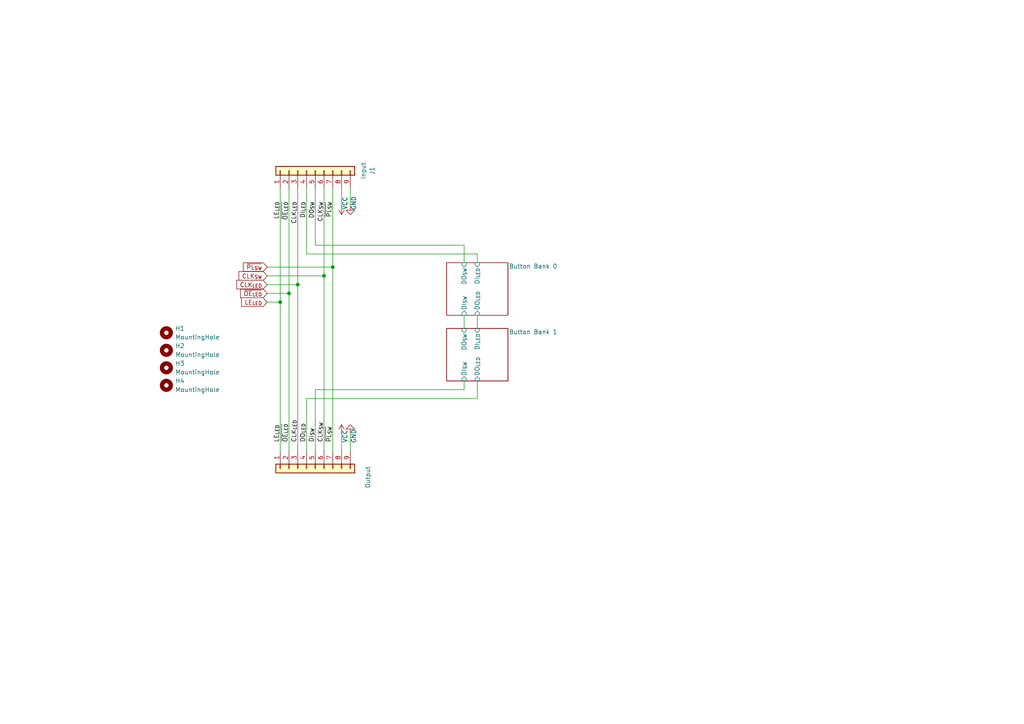
<source format=kicad_sch>
(kicad_sch
	(version 20231120)
	(generator "eeschema")
	(generator_version "8.0")
	(uuid "9053e4fd-2214-4e2c-a1c2-d5a9964413b7")
	(paper "A4")
	(lib_symbols
		(symbol "Connector_Generic:Conn_01x09"
			(pin_names
				(offset 1.016) hide)
			(exclude_from_sim no)
			(in_bom yes)
			(on_board yes)
			(property "Reference" "J"
				(at 0 12.7 0)
				(effects
					(font
						(size 1.27 1.27)
					)
				)
			)
			(property "Value" "Conn_01x09"
				(at 0 -12.7 0)
				(effects
					(font
						(size 1.27 1.27)
					)
				)
			)
			(property "Footprint" ""
				(at 0 0 0)
				(effects
					(font
						(size 1.27 1.27)
					)
					(hide yes)
				)
			)
			(property "Datasheet" "~"
				(at 0 0 0)
				(effects
					(font
						(size 1.27 1.27)
					)
					(hide yes)
				)
			)
			(property "Description" "Generic connector, single row, 01x09, script generated (kicad-library-utils/schlib/autogen/connector/)"
				(at 0 0 0)
				(effects
					(font
						(size 1.27 1.27)
					)
					(hide yes)
				)
			)
			(property "ki_keywords" "connector"
				(at 0 0 0)
				(effects
					(font
						(size 1.27 1.27)
					)
					(hide yes)
				)
			)
			(property "ki_fp_filters" "Connector*:*_1x??_*"
				(at 0 0 0)
				(effects
					(font
						(size 1.27 1.27)
					)
					(hide yes)
				)
			)
			(symbol "Conn_01x09_1_1"
				(rectangle
					(start -1.27 -10.033)
					(end 0 -10.287)
					(stroke
						(width 0.1524)
						(type default)
					)
					(fill
						(type none)
					)
				)
				(rectangle
					(start -1.27 -7.493)
					(end 0 -7.747)
					(stroke
						(width 0.1524)
						(type default)
					)
					(fill
						(type none)
					)
				)
				(rectangle
					(start -1.27 -4.953)
					(end 0 -5.207)
					(stroke
						(width 0.1524)
						(type default)
					)
					(fill
						(type none)
					)
				)
				(rectangle
					(start -1.27 -2.413)
					(end 0 -2.667)
					(stroke
						(width 0.1524)
						(type default)
					)
					(fill
						(type none)
					)
				)
				(rectangle
					(start -1.27 0.127)
					(end 0 -0.127)
					(stroke
						(width 0.1524)
						(type default)
					)
					(fill
						(type none)
					)
				)
				(rectangle
					(start -1.27 2.667)
					(end 0 2.413)
					(stroke
						(width 0.1524)
						(type default)
					)
					(fill
						(type none)
					)
				)
				(rectangle
					(start -1.27 5.207)
					(end 0 4.953)
					(stroke
						(width 0.1524)
						(type default)
					)
					(fill
						(type none)
					)
				)
				(rectangle
					(start -1.27 7.747)
					(end 0 7.493)
					(stroke
						(width 0.1524)
						(type default)
					)
					(fill
						(type none)
					)
				)
				(rectangle
					(start -1.27 10.287)
					(end 0 10.033)
					(stroke
						(width 0.1524)
						(type default)
					)
					(fill
						(type none)
					)
				)
				(rectangle
					(start -1.27 11.43)
					(end 1.27 -11.43)
					(stroke
						(width 0.254)
						(type default)
					)
					(fill
						(type background)
					)
				)
				(pin passive line
					(at -5.08 10.16 0)
					(length 3.81)
					(name "Pin_1"
						(effects
							(font
								(size 1.27 1.27)
							)
						)
					)
					(number "1"
						(effects
							(font
								(size 1.27 1.27)
							)
						)
					)
				)
				(pin passive line
					(at -5.08 7.62 0)
					(length 3.81)
					(name "Pin_2"
						(effects
							(font
								(size 1.27 1.27)
							)
						)
					)
					(number "2"
						(effects
							(font
								(size 1.27 1.27)
							)
						)
					)
				)
				(pin passive line
					(at -5.08 5.08 0)
					(length 3.81)
					(name "Pin_3"
						(effects
							(font
								(size 1.27 1.27)
							)
						)
					)
					(number "3"
						(effects
							(font
								(size 1.27 1.27)
							)
						)
					)
				)
				(pin passive line
					(at -5.08 2.54 0)
					(length 3.81)
					(name "Pin_4"
						(effects
							(font
								(size 1.27 1.27)
							)
						)
					)
					(number "4"
						(effects
							(font
								(size 1.27 1.27)
							)
						)
					)
				)
				(pin passive line
					(at -5.08 0 0)
					(length 3.81)
					(name "Pin_5"
						(effects
							(font
								(size 1.27 1.27)
							)
						)
					)
					(number "5"
						(effects
							(font
								(size 1.27 1.27)
							)
						)
					)
				)
				(pin passive line
					(at -5.08 -2.54 0)
					(length 3.81)
					(name "Pin_6"
						(effects
							(font
								(size 1.27 1.27)
							)
						)
					)
					(number "6"
						(effects
							(font
								(size 1.27 1.27)
							)
						)
					)
				)
				(pin passive line
					(at -5.08 -5.08 0)
					(length 3.81)
					(name "Pin_7"
						(effects
							(font
								(size 1.27 1.27)
							)
						)
					)
					(number "7"
						(effects
							(font
								(size 1.27 1.27)
							)
						)
					)
				)
				(pin passive line
					(at -5.08 -7.62 0)
					(length 3.81)
					(name "Pin_8"
						(effects
							(font
								(size 1.27 1.27)
							)
						)
					)
					(number "8"
						(effects
							(font
								(size 1.27 1.27)
							)
						)
					)
				)
				(pin passive line
					(at -5.08 -10.16 0)
					(length 3.81)
					(name "Pin_9"
						(effects
							(font
								(size 1.27 1.27)
							)
						)
					)
					(number "9"
						(effects
							(font
								(size 1.27 1.27)
							)
						)
					)
				)
			)
		)
		(symbol "Mechanical:MountingHole"
			(pin_names
				(offset 1.016)
			)
			(exclude_from_sim yes)
			(in_bom no)
			(on_board yes)
			(property "Reference" "H"
				(at 0 5.08 0)
				(effects
					(font
						(size 1.27 1.27)
					)
				)
			)
			(property "Value" "MountingHole"
				(at 0 3.175 0)
				(effects
					(font
						(size 1.27 1.27)
					)
				)
			)
			(property "Footprint" ""
				(at 0 0 0)
				(effects
					(font
						(size 1.27 1.27)
					)
					(hide yes)
				)
			)
			(property "Datasheet" "~"
				(at 0 0 0)
				(effects
					(font
						(size 1.27 1.27)
					)
					(hide yes)
				)
			)
			(property "Description" "Mounting Hole without connection"
				(at 0 0 0)
				(effects
					(font
						(size 1.27 1.27)
					)
					(hide yes)
				)
			)
			(property "ki_keywords" "mounting hole"
				(at 0 0 0)
				(effects
					(font
						(size 1.27 1.27)
					)
					(hide yes)
				)
			)
			(property "ki_fp_filters" "MountingHole*"
				(at 0 0 0)
				(effects
					(font
						(size 1.27 1.27)
					)
					(hide yes)
				)
			)
			(symbol "MountingHole_0_1"
				(circle
					(center 0 0)
					(radius 1.27)
					(stroke
						(width 1.27)
						(type default)
					)
					(fill
						(type none)
					)
				)
			)
		)
		(symbol "power:GND"
			(power)
			(pin_numbers hide)
			(pin_names
				(offset 0) hide)
			(exclude_from_sim no)
			(in_bom yes)
			(on_board yes)
			(property "Reference" "#PWR"
				(at 0 -6.35 0)
				(effects
					(font
						(size 1.27 1.27)
					)
					(hide yes)
				)
			)
			(property "Value" "GND"
				(at 0 -3.81 0)
				(effects
					(font
						(size 1.27 1.27)
					)
				)
			)
			(property "Footprint" ""
				(at 0 0 0)
				(effects
					(font
						(size 1.27 1.27)
					)
					(hide yes)
				)
			)
			(property "Datasheet" ""
				(at 0 0 0)
				(effects
					(font
						(size 1.27 1.27)
					)
					(hide yes)
				)
			)
			(property "Description" "Power symbol creates a global label with name \"GND\" , ground"
				(at 0 0 0)
				(effects
					(font
						(size 1.27 1.27)
					)
					(hide yes)
				)
			)
			(property "ki_keywords" "global power"
				(at 0 0 0)
				(effects
					(font
						(size 1.27 1.27)
					)
					(hide yes)
				)
			)
			(symbol "GND_0_1"
				(polyline
					(pts
						(xy 0 0) (xy 0 -1.27) (xy 1.27 -1.27) (xy 0 -2.54) (xy -1.27 -1.27) (xy 0 -1.27)
					)
					(stroke
						(width 0)
						(type default)
					)
					(fill
						(type none)
					)
				)
			)
			(symbol "GND_1_1"
				(pin power_in line
					(at 0 0 270)
					(length 0)
					(name "~"
						(effects
							(font
								(size 1.27 1.27)
							)
						)
					)
					(number "1"
						(effects
							(font
								(size 1.27 1.27)
							)
						)
					)
				)
			)
		)
		(symbol "power:VCC"
			(power)
			(pin_numbers hide)
			(pin_names
				(offset 0) hide)
			(exclude_from_sim no)
			(in_bom yes)
			(on_board yes)
			(property "Reference" "#PWR"
				(at 0 -3.81 0)
				(effects
					(font
						(size 1.27 1.27)
					)
					(hide yes)
				)
			)
			(property "Value" "VCC"
				(at 0 3.556 0)
				(effects
					(font
						(size 1.27 1.27)
					)
				)
			)
			(property "Footprint" ""
				(at 0 0 0)
				(effects
					(font
						(size 1.27 1.27)
					)
					(hide yes)
				)
			)
			(property "Datasheet" ""
				(at 0 0 0)
				(effects
					(font
						(size 1.27 1.27)
					)
					(hide yes)
				)
			)
			(property "Description" "Power symbol creates a global label with name \"VCC\""
				(at 0 0 0)
				(effects
					(font
						(size 1.27 1.27)
					)
					(hide yes)
				)
			)
			(property "ki_keywords" "global power"
				(at 0 0 0)
				(effects
					(font
						(size 1.27 1.27)
					)
					(hide yes)
				)
			)
			(symbol "VCC_0_1"
				(polyline
					(pts
						(xy -0.762 1.27) (xy 0 2.54)
					)
					(stroke
						(width 0)
						(type default)
					)
					(fill
						(type none)
					)
				)
				(polyline
					(pts
						(xy 0 0) (xy 0 2.54)
					)
					(stroke
						(width 0)
						(type default)
					)
					(fill
						(type none)
					)
				)
				(polyline
					(pts
						(xy 0 2.54) (xy 0.762 1.27)
					)
					(stroke
						(width 0)
						(type default)
					)
					(fill
						(type none)
					)
				)
			)
			(symbol "VCC_1_1"
				(pin power_in line
					(at 0 0 90)
					(length 0)
					(name "~"
						(effects
							(font
								(size 1.27 1.27)
							)
						)
					)
					(number "1"
						(effects
							(font
								(size 1.27 1.27)
							)
						)
					)
				)
			)
		)
	)
	(junction
		(at 96.52 77.47)
		(diameter 0)
		(color 0 0 0 0)
		(uuid "17b336b6-6de0-452c-935f-3888c282980a")
	)
	(junction
		(at 83.82 85.09)
		(diameter 0)
		(color 0 0 0 0)
		(uuid "53d0501d-2c3c-440d-b353-90f6485529e0")
	)
	(junction
		(at 86.36 82.55)
		(diameter 0)
		(color 0 0 0 0)
		(uuid "989db91e-857f-409d-9907-e95cc620baee")
	)
	(junction
		(at 81.28 87.63)
		(diameter 0)
		(color 0 0 0 0)
		(uuid "9a1d0386-a3d5-422a-8fe9-d0cc747083e2")
	)
	(junction
		(at 93.98 80.01)
		(diameter 0)
		(color 0 0 0 0)
		(uuid "e9584f4b-4582-4492-808d-21345674c9dc")
	)
	(wire
		(pts
			(xy 96.52 77.47) (xy 96.52 130.81)
		)
		(stroke
			(width 0)
			(type default)
		)
		(uuid "02072211-5afb-47aa-ba7f-3186456b67cb")
	)
	(wire
		(pts
			(xy 138.43 91.44) (xy 138.43 95.25)
		)
		(stroke
			(width 0)
			(type default)
		)
		(uuid "0a0079dc-c1e4-403d-9ff9-b1e1dcfe895a")
	)
	(wire
		(pts
			(xy 91.44 113.03) (xy 91.44 130.81)
		)
		(stroke
			(width 0)
			(type default)
		)
		(uuid "0d863378-934f-4570-aa11-a83f877b2193")
	)
	(wire
		(pts
			(xy 91.44 113.03) (xy 134.62 113.03)
		)
		(stroke
			(width 0)
			(type default)
		)
		(uuid "1b2bc2fe-3371-4034-ad85-32b579754983")
	)
	(wire
		(pts
			(xy 88.9 115.57) (xy 88.9 130.81)
		)
		(stroke
			(width 0)
			(type default)
		)
		(uuid "2f18f4c8-383d-4baf-957f-23417cbc490c")
	)
	(wire
		(pts
			(xy 101.6 54.61) (xy 101.6 59.69)
		)
		(stroke
			(width 0)
			(type default)
		)
		(uuid "3b72c737-f97b-46c2-ab56-94a9c1007a78")
	)
	(wire
		(pts
			(xy 134.62 71.12) (xy 134.62 76.2)
		)
		(stroke
			(width 0)
			(type default)
		)
		(uuid "45c1a2cc-8fc2-4c42-ab0b-fccd3a53394f")
	)
	(wire
		(pts
			(xy 77.47 85.09) (xy 83.82 85.09)
		)
		(stroke
			(width 0)
			(type default)
		)
		(uuid "47cb0d28-33c1-4e37-92f0-f8e5f10f3fec")
	)
	(wire
		(pts
			(xy 138.43 110.49) (xy 138.43 115.57)
		)
		(stroke
			(width 0)
			(type default)
		)
		(uuid "4952b8c9-1958-4702-a23b-547b0ddd28ba")
	)
	(wire
		(pts
			(xy 88.9 115.57) (xy 138.43 115.57)
		)
		(stroke
			(width 0)
			(type default)
		)
		(uuid "5a33a442-6a9f-4212-946a-d542a950514d")
	)
	(wire
		(pts
			(xy 91.44 71.12) (xy 134.62 71.12)
		)
		(stroke
			(width 0)
			(type default)
		)
		(uuid "5c46aee3-942c-441e-b2d3-60f6906356b0")
	)
	(wire
		(pts
			(xy 77.47 80.01) (xy 93.98 80.01)
		)
		(stroke
			(width 0)
			(type default)
		)
		(uuid "5dcebbd2-5f7e-41c1-826b-9266f25e15c3")
	)
	(wire
		(pts
			(xy 88.9 54.61) (xy 88.9 73.66)
		)
		(stroke
			(width 0)
			(type default)
		)
		(uuid "6f767cdd-8607-4cba-88a2-8f9d4a6ee296")
	)
	(wire
		(pts
			(xy 77.47 87.63) (xy 81.28 87.63)
		)
		(stroke
			(width 0)
			(type default)
		)
		(uuid "72dfd7e9-af14-421b-ab84-6a54d59a5a3c")
	)
	(wire
		(pts
			(xy 81.28 87.63) (xy 81.28 130.81)
		)
		(stroke
			(width 0)
			(type default)
		)
		(uuid "73bcc6a8-18a3-4c47-a634-8c9f15d20d86")
	)
	(wire
		(pts
			(xy 91.44 54.61) (xy 91.44 71.12)
		)
		(stroke
			(width 0)
			(type default)
		)
		(uuid "8801b378-838d-4453-a65f-1dbedd8a919b")
	)
	(wire
		(pts
			(xy 81.28 54.61) (xy 81.28 87.63)
		)
		(stroke
			(width 0)
			(type default)
		)
		(uuid "8a99eaa2-ce0c-4880-91a6-f6b020e1a5f9")
	)
	(wire
		(pts
			(xy 77.47 77.47) (xy 96.52 77.47)
		)
		(stroke
			(width 0)
			(type default)
		)
		(uuid "8b2e2d27-448c-4ce3-aa10-acd29e6789c5")
	)
	(wire
		(pts
			(xy 83.82 85.09) (xy 83.82 130.81)
		)
		(stroke
			(width 0)
			(type default)
		)
		(uuid "8e0ed456-5d5d-4b4b-a8d0-cf3dfe934d06")
	)
	(wire
		(pts
			(xy 86.36 82.55) (xy 86.36 130.81)
		)
		(stroke
			(width 0)
			(type default)
		)
		(uuid "98acd0f3-7dea-413d-9828-7d0e5de11da3")
	)
	(wire
		(pts
			(xy 93.98 80.01) (xy 93.98 130.81)
		)
		(stroke
			(width 0)
			(type default)
		)
		(uuid "a71e484b-eb67-4745-a5bb-b1380c84c838")
	)
	(wire
		(pts
			(xy 88.9 73.66) (xy 138.43 73.66)
		)
		(stroke
			(width 0)
			(type default)
		)
		(uuid "a8f926e5-a142-4af2-adc7-a8ae5aec2904")
	)
	(wire
		(pts
			(xy 96.52 54.61) (xy 96.52 77.47)
		)
		(stroke
			(width 0)
			(type default)
		)
		(uuid "ba4074ae-dffc-48d2-b557-4dcdf0c01e52")
	)
	(wire
		(pts
			(xy 86.36 54.61) (xy 86.36 82.55)
		)
		(stroke
			(width 0)
			(type default)
		)
		(uuid "bb43067b-80d4-43bd-85c8-9d600d8c65f0")
	)
	(wire
		(pts
			(xy 101.6 130.81) (xy 101.6 125.73)
		)
		(stroke
			(width 0)
			(type default)
		)
		(uuid "c207a543-ce7e-4ac9-8f9a-07c562391d9f")
	)
	(wire
		(pts
			(xy 99.06 130.81) (xy 99.06 125.73)
		)
		(stroke
			(width 0)
			(type default)
		)
		(uuid "c764bc22-e009-43ec-a749-657643e21f36")
	)
	(wire
		(pts
			(xy 134.62 110.49) (xy 134.62 113.03)
		)
		(stroke
			(width 0)
			(type default)
		)
		(uuid "ceb940ba-0374-428c-b171-079794e9bcba")
	)
	(wire
		(pts
			(xy 134.62 91.44) (xy 134.62 95.25)
		)
		(stroke
			(width 0)
			(type default)
		)
		(uuid "d689597d-7204-4338-bcd5-9e683b96d43f")
	)
	(wire
		(pts
			(xy 93.98 54.61) (xy 93.98 80.01)
		)
		(stroke
			(width 0)
			(type default)
		)
		(uuid "d69ffd44-bbad-41f3-bb3f-27b493f5b50f")
	)
	(wire
		(pts
			(xy 83.82 54.61) (xy 83.82 85.09)
		)
		(stroke
			(width 0)
			(type default)
		)
		(uuid "e086035e-16e7-462c-868c-6b112fc7f9f6")
	)
	(wire
		(pts
			(xy 77.47 82.55) (xy 86.36 82.55)
		)
		(stroke
			(width 0)
			(type default)
		)
		(uuid "eec3c1bd-504b-4371-8684-bd42da5842b4")
	)
	(wire
		(pts
			(xy 138.43 73.66) (xy 138.43 76.2)
		)
		(stroke
			(width 0)
			(type default)
		)
		(uuid "f1744c24-bffa-49dc-bc16-3d0836308fd2")
	)
	(wire
		(pts
			(xy 99.06 54.61) (xy 99.06 59.69)
		)
		(stroke
			(width 0)
			(type default)
		)
		(uuid "fdd09543-753d-4043-af03-8f35c9f08b96")
	)
	(label "DO_{SW}"
		(at 91.44 58.42 270)
		(fields_autoplaced yes)
		(effects
			(font
				(size 1.27 1.27)
			)
			(justify right bottom)
		)
		(uuid "0327d063-de5f-430c-9ffa-b971a5782e47")
	)
	(label "LE_{LED}"
		(at 81.28 128.27 90)
		(fields_autoplaced yes)
		(effects
			(font
				(size 1.27 1.27)
			)
			(justify left bottom)
		)
		(uuid "07f64732-6d64-470c-a435-1b8657b2f49b")
	)
	(label "~{OE_{LED}}"
		(at 83.82 58.42 270)
		(fields_autoplaced yes)
		(effects
			(font
				(size 1.27 1.27)
			)
			(justify right bottom)
		)
		(uuid "14e230f2-20d2-409e-b756-8af6940f9aa1")
	)
	(label "CLK_{SW}"
		(at 93.98 58.42 270)
		(fields_autoplaced yes)
		(effects
			(font
				(size 1.27 1.27)
			)
			(justify right bottom)
		)
		(uuid "1c2e151e-f078-41b4-a973-6b39f948f031")
	)
	(label "DI_{LED}"
		(at 88.9 58.42 270)
		(fields_autoplaced yes)
		(effects
			(font
				(size 1.27 1.27)
			)
			(justify right bottom)
		)
		(uuid "29b56a0c-ceb4-4c0c-9b97-42587076b4cf")
	)
	(label "DI_{SW}"
		(at 91.44 128.27 90)
		(fields_autoplaced yes)
		(effects
			(font
				(size 1.27 1.27)
			)
			(justify left bottom)
		)
		(uuid "368807ba-d592-46d7-acf6-8ce9d67dc957")
	)
	(label "DO_{LED}"
		(at 88.9 128.27 90)
		(fields_autoplaced yes)
		(effects
			(font
				(size 1.27 1.27)
			)
			(justify left bottom)
		)
		(uuid "40524173-759f-4fbf-bac2-df033150d883")
	)
	(label "LE_{LED}"
		(at 81.28 58.42 270)
		(fields_autoplaced yes)
		(effects
			(font
				(size 1.27 1.27)
			)
			(justify right bottom)
		)
		(uuid "ad0e0dbf-c455-46a5-bbc7-19e548cf9e92")
	)
	(label "~{OE_{LED}}"
		(at 83.82 128.27 90)
		(fields_autoplaced yes)
		(effects
			(font
				(size 1.27 1.27)
			)
			(justify left bottom)
		)
		(uuid "ba891b9e-d64c-43e7-9bca-b5a4e6428527")
	)
	(label "CLK_{LED}"
		(at 86.36 128.27 90)
		(fields_autoplaced yes)
		(effects
			(font
				(size 1.27 1.27)
			)
			(justify left bottom)
		)
		(uuid "bd78ec57-f53f-46de-b5a6-85524088b207")
	)
	(label "~{PL_{SW}}"
		(at 96.52 128.27 90)
		(fields_autoplaced yes)
		(effects
			(font
				(size 1.27 1.27)
			)
			(justify left bottom)
		)
		(uuid "ce218f7c-c249-4b9f-b700-0b07f342e747")
	)
	(label "CLK_{LED}"
		(at 86.36 58.42 270)
		(fields_autoplaced yes)
		(effects
			(font
				(size 1.27 1.27)
			)
			(justify right bottom)
		)
		(uuid "e3fe5a59-51a0-45ff-bc1a-8cb46cab5b3e")
	)
	(label "~{PL_{SW}}"
		(at 96.52 58.42 270)
		(fields_autoplaced yes)
		(effects
			(font
				(size 1.27 1.27)
			)
			(justify right bottom)
		)
		(uuid "f6eb15cc-cc6d-4669-aa25-b508e35cb8b9")
	)
	(label "CLK_{SW}"
		(at 93.98 128.27 90)
		(fields_autoplaced yes)
		(effects
			(font
				(size 1.27 1.27)
			)
			(justify left bottom)
		)
		(uuid "f960cf45-532c-4c0e-a595-3f3e2ff60efb")
	)
	(global_label "~{PL_{SW}}"
		(shape input)
		(at 77.47 77.47 180)
		(fields_autoplaced yes)
		(effects
			(font
				(size 1.27 1.27)
			)
			(justify right)
		)
		(uuid "1c5972fe-d99b-4208-9138-4bb2537d128f")
		(property "Intersheetrefs" "${INTERSHEET_REFS}"
			(at 70.0072 77.47 0)
			(effects
				(font
					(size 1.27 1.27)
				)
				(justify right)
				(hide yes)
			)
		)
	)
	(global_label "CLK_{LED}"
		(shape input)
		(at 77.47 82.55 180)
		(fields_autoplaced yes)
		(effects
			(font
				(size 1.27 1.27)
			)
			(justify right)
		)
		(uuid "457273d8-d940-4522-a70d-4030d1828ae9")
		(property "Intersheetrefs" "${INTERSHEET_REFS}"
			(at 68.1082 82.55 0)
			(effects
				(font
					(size 1.27 1.27)
				)
				(justify right)
				(hide yes)
			)
		)
	)
	(global_label "CLK_{SW}"
		(shape input)
		(at 77.47 80.01 180)
		(fields_autoplaced yes)
		(effects
			(font
				(size 1.27 1.27)
			)
			(justify right)
		)
		(uuid "4bbd41ed-2eb4-44ce-b4e6-2646bba7ee91")
		(property "Intersheetrefs" "${INTERSHEET_REFS}"
			(at 68.7372 80.01 0)
			(effects
				(font
					(size 1.27 1.27)
				)
				(justify right)
				(hide yes)
			)
		)
	)
	(global_label "LE_{LED}"
		(shape input)
		(at 77.47 87.63 180)
		(fields_autoplaced yes)
		(effects
			(font
				(size 1.27 1.27)
			)
			(justify right)
		)
		(uuid "4d5289b0-047f-4cc6-8c17-a5186ef39c0e")
		(property "Intersheetrefs" "${INTERSHEET_REFS}"
			(at 69.4992 87.63 0)
			(effects
				(font
					(size 1.27 1.27)
				)
				(justify right)
				(hide yes)
			)
		)
	)
	(global_label "~{OE_{LED}}"
		(shape input)
		(at 77.47 85.09 180)
		(fields_autoplaced yes)
		(effects
			(font
				(size 1.27 1.27)
			)
			(justify right)
		)
		(uuid "96d2586b-d177-4275-85bf-8597abd2bbd5")
		(property "Intersheetrefs" "${INTERSHEET_REFS}"
			(at 69.1968 85.09 0)
			(effects
				(font
					(size 1.27 1.27)
				)
				(justify right)
				(hide yes)
			)
		)
	)
	(symbol
		(lib_id "Connector_Generic:Conn_01x09")
		(at 91.44 135.89 90)
		(mirror x)
		(unit 1)
		(exclude_from_sim no)
		(in_bom yes)
		(on_board yes)
		(dnp no)
		(fields_autoplaced yes)
		(uuid "0a97454b-3b21-4bd5-891a-1c0fd3cb643b")
		(property "Reference" "J2"
			(at 109.22 138.43 0)
			(effects
				(font
					(size 1.27 1.27)
				)
				(hide yes)
			)
		)
		(property "Value" "Output"
			(at 106.68 138.43 0)
			(effects
				(font
					(size 1.27 1.27)
				)
			)
		)
		(property "Footprint" "Connector_PinHeader_2.54mm:PinHeader_1x09_P2.54mm_Vertical"
			(at 111.76 131.572 0)
			(effects
				(font
					(size 1.27 1.27)
				)
				(hide yes)
			)
		)
		(property "Datasheet" "~"
			(at 91.44 135.89 0)
			(effects
				(font
					(size 1.27 1.27)
				)
				(hide yes)
			)
		)
		(property "Description" "Generic connector, single row, 01x09, script generated (kicad-library-utils/schlib/autogen/connector/)"
			(at 77.47 138.43 0)
			(effects
				(font
					(size 1.27 1.27)
				)
				(hide yes)
			)
		)
		(pin "3"
			(uuid "ed9b87c4-d94c-4b82-a6d1-3147efdcfdcd")
		)
		(pin "4"
			(uuid "9b8442a5-aa50-47f7-8dce-2e89474fceba")
		)
		(pin "7"
			(uuid "9ad4e287-6d67-4520-a619-dec4e3b98673")
		)
		(pin "5"
			(uuid "1e958c14-1cb0-4660-80a0-d889244fb9d8")
		)
		(pin "6"
			(uuid "30c244ef-2c98-48f6-8c0c-c1f59e0cfcd0")
		)
		(pin "1"
			(uuid "5e769791-1a36-448a-a21f-ac2d551ec7a1")
		)
		(pin "2"
			(uuid "2ee2ef88-b663-4d9c-bc34-256517615046")
		)
		(pin "8"
			(uuid "a8cca91b-e79c-4526-b9f0-b1b6596efde9")
		)
		(pin "9"
			(uuid "e8b32769-a1d0-41dd-ae49-0b18875eb11b")
		)
		(instances
			(project "DrumKitButtons"
				(path "/9053e4fd-2214-4e2c-a1c2-d5a9964413b7"
					(reference "J2")
					(unit 1)
				)
			)
		)
	)
	(symbol
		(lib_id "power:GND")
		(at 101.6 125.73 0)
		(mirror x)
		(unit 1)
		(exclude_from_sim no)
		(in_bom yes)
		(on_board yes)
		(dnp no)
		(uuid "25763a3b-76a2-498a-af4c-bb906b11b8fd")
		(property "Reference" "#PWR023"
			(at 101.6 119.38 0)
			(effects
				(font
					(size 1.27 1.27)
				)
				(hide yes)
			)
		)
		(property "Value" "GND"
			(at 102.616 126.492 90)
			(effects
				(font
					(size 1.27 1.27)
				)
			)
		)
		(property "Footprint" ""
			(at 101.6 125.73 0)
			(effects
				(font
					(size 1.27 1.27)
				)
				(hide yes)
			)
		)
		(property "Datasheet" ""
			(at 101.6 125.73 0)
			(effects
				(font
					(size 1.27 1.27)
				)
				(hide yes)
			)
		)
		(property "Description" "Power symbol creates a global label with name \"GND\" , ground"
			(at 101.6 125.73 0)
			(effects
				(font
					(size 1.27 1.27)
				)
				(hide yes)
			)
		)
		(pin "1"
			(uuid "113c3849-204f-4212-831d-b4f4264d2e43")
		)
		(instances
			(project "DrumKitButtons"
				(path "/9053e4fd-2214-4e2c-a1c2-d5a9964413b7"
					(reference "#PWR023")
					(unit 1)
				)
			)
		)
	)
	(symbol
		(lib_id "Connector_Generic:Conn_01x09")
		(at 91.44 49.53 90)
		(unit 1)
		(exclude_from_sim no)
		(in_bom yes)
		(on_board yes)
		(dnp no)
		(fields_autoplaced yes)
		(uuid "30c52b84-88f2-4c9b-80a4-b40594c441ea")
		(property "Reference" "J1"
			(at 107.95 49.53 0)
			(effects
				(font
					(size 1.27 1.27)
				)
			)
		)
		(property "Value" "Input"
			(at 105.41 49.53 0)
			(effects
				(font
					(size 1.27 1.27)
				)
			)
		)
		(property "Footprint" "Connector_PinHeader_2.54mm:PinHeader_1x09_P2.54mm_Vertical"
			(at 91.44 49.53 0)
			(effects
				(font
					(size 1.27 1.27)
				)
				(hide yes)
			)
		)
		(property "Datasheet" "~"
			(at 91.44 49.53 0)
			(effects
				(font
					(size 1.27 1.27)
				)
				(hide yes)
			)
		)
		(property "Description" "Generic connector, single row, 01x09, script generated (kicad-library-utils/schlib/autogen/connector/)"
			(at 77.47 46.99 0)
			(effects
				(font
					(size 1.27 1.27)
				)
				(hide yes)
			)
		)
		(pin "3"
			(uuid "6a9d3dfc-7d2f-4c4f-b163-bc5cabf9d4d6")
		)
		(pin "4"
			(uuid "7e244620-f2b5-4e2f-87e1-01fee3502882")
		)
		(pin "7"
			(uuid "4d004be6-ce3f-4113-bb0f-0d599d488cb0")
		)
		(pin "5"
			(uuid "7add75ea-17e4-4a5e-b3a8-fe22d415fa1f")
		)
		(pin "6"
			(uuid "4bab89b5-93f0-46eb-b638-c7495f462d50")
		)
		(pin "1"
			(uuid "57b20aee-2275-4386-950a-e7f5481585a6")
		)
		(pin "2"
			(uuid "fd5d0c7f-bee4-403a-8db1-cdb26c66558c")
		)
		(pin "8"
			(uuid "d6d0a85a-63c9-4af4-a8a0-c2f1d0288143")
		)
		(pin "9"
			(uuid "ab2ebd1f-28a8-476c-bbd9-f786022cbd7a")
		)
		(instances
			(project ""
				(path "/9053e4fd-2214-4e2c-a1c2-d5a9964413b7"
					(reference "J1")
					(unit 1)
				)
			)
		)
	)
	(symbol
		(lib_id "power:VCC")
		(at 99.06 125.73 0)
		(mirror y)
		(unit 1)
		(exclude_from_sim no)
		(in_bom yes)
		(on_board yes)
		(dnp no)
		(uuid "3b7124cf-31bd-4e28-8a77-c523c1b73520")
		(property "Reference" "#PWR024"
			(at 99.06 129.54 0)
			(effects
				(font
					(size 1.27 1.27)
				)
				(hide yes)
			)
		)
		(property "Value" "VCC"
			(at 100.076 126.492 90)
			(effects
				(font
					(size 1.27 1.27)
				)
			)
		)
		(property "Footprint" ""
			(at 99.06 125.73 0)
			(effects
				(font
					(size 1.27 1.27)
				)
				(hide yes)
			)
		)
		(property "Datasheet" ""
			(at 99.06 125.73 0)
			(effects
				(font
					(size 1.27 1.27)
				)
				(hide yes)
			)
		)
		(property "Description" "Power symbol creates a global label with name \"VCC\""
			(at 99.06 125.73 0)
			(effects
				(font
					(size 1.27 1.27)
				)
				(hide yes)
			)
		)
		(pin "1"
			(uuid "bb4ad9c2-539c-477a-b1cf-9c4e198d8449")
		)
		(instances
			(project "DrumKitButtons"
				(path "/9053e4fd-2214-4e2c-a1c2-d5a9964413b7"
					(reference "#PWR024")
					(unit 1)
				)
			)
		)
	)
	(symbol
		(lib_id "power:VCC")
		(at 99.06 59.69 180)
		(unit 1)
		(exclude_from_sim no)
		(in_bom yes)
		(on_board yes)
		(dnp no)
		(uuid "3e3fc2db-93af-4e36-bafe-b78af9b29c9f")
		(property "Reference" "#PWR021"
			(at 99.06 55.88 0)
			(effects
				(font
					(size 1.27 1.27)
				)
				(hide yes)
			)
		)
		(property "Value" "VCC"
			(at 100.076 58.928 90)
			(effects
				(font
					(size 1.27 1.27)
				)
			)
		)
		(property "Footprint" ""
			(at 99.06 59.69 0)
			(effects
				(font
					(size 1.27 1.27)
				)
				(hide yes)
			)
		)
		(property "Datasheet" ""
			(at 99.06 59.69 0)
			(effects
				(font
					(size 1.27 1.27)
				)
				(hide yes)
			)
		)
		(property "Description" "Power symbol creates a global label with name \"VCC\""
			(at 99.06 59.69 0)
			(effects
				(font
					(size 1.27 1.27)
				)
				(hide yes)
			)
		)
		(pin "1"
			(uuid "228912e1-cab1-4d7d-b06c-7f892b1d4122")
		)
		(instances
			(project "DrumKitButtons"
				(path "/9053e4fd-2214-4e2c-a1c2-d5a9964413b7"
					(reference "#PWR021")
					(unit 1)
				)
			)
		)
	)
	(symbol
		(lib_id "Mechanical:MountingHole")
		(at 48.26 111.76 0)
		(unit 1)
		(exclude_from_sim yes)
		(in_bom no)
		(on_board yes)
		(dnp no)
		(fields_autoplaced yes)
		(uuid "7a9d8aa9-b3b4-45c3-a0fb-af93d4ec9293")
		(property "Reference" "H4"
			(at 50.8 110.4899 0)
			(effects
				(font
					(size 1.27 1.27)
				)
				(justify left)
			)
		)
		(property "Value" "MountingHole"
			(at 50.8 113.0299 0)
			(effects
				(font
					(size 1.27 1.27)
				)
				(justify left)
			)
		)
		(property "Footprint" "MountingHole:MountingHole_3.2mm_M3"
			(at 48.26 111.76 0)
			(effects
				(font
					(size 1.27 1.27)
				)
				(hide yes)
			)
		)
		(property "Datasheet" "~"
			(at 48.26 111.76 0)
			(effects
				(font
					(size 1.27 1.27)
				)
				(hide yes)
			)
		)
		(property "Description" "Mounting Hole without connection"
			(at 48.26 111.76 0)
			(effects
				(font
					(size 1.27 1.27)
				)
				(hide yes)
			)
		)
		(instances
			(project ""
				(path "/9053e4fd-2214-4e2c-a1c2-d5a9964413b7"
					(reference "H4")
					(unit 1)
				)
			)
		)
	)
	(symbol
		(lib_id "Mechanical:MountingHole")
		(at 48.26 96.52 0)
		(unit 1)
		(exclude_from_sim yes)
		(in_bom no)
		(on_board yes)
		(dnp no)
		(fields_autoplaced yes)
		(uuid "7dfc5d3b-b65a-4582-b10f-0fb23b92c6c5")
		(property "Reference" "H1"
			(at 50.8 95.2499 0)
			(effects
				(font
					(size 1.27 1.27)
				)
				(justify left)
			)
		)
		(property "Value" "MountingHole"
			(at 50.8 97.7899 0)
			(effects
				(font
					(size 1.27 1.27)
				)
				(justify left)
			)
		)
		(property "Footprint" "MountingHole:MountingHole_3.2mm_M3"
			(at 48.26 96.52 0)
			(effects
				(font
					(size 1.27 1.27)
				)
				(hide yes)
			)
		)
		(property "Datasheet" "~"
			(at 48.26 96.52 0)
			(effects
				(font
					(size 1.27 1.27)
				)
				(hide yes)
			)
		)
		(property "Description" "Mounting Hole without connection"
			(at 48.26 96.52 0)
			(effects
				(font
					(size 1.27 1.27)
				)
				(hide yes)
			)
		)
		(instances
			(project ""
				(path "/9053e4fd-2214-4e2c-a1c2-d5a9964413b7"
					(reference "H1")
					(unit 1)
				)
			)
		)
	)
	(symbol
		(lib_id "Mechanical:MountingHole")
		(at 48.26 101.6 0)
		(unit 1)
		(exclude_from_sim yes)
		(in_bom no)
		(on_board yes)
		(dnp no)
		(fields_autoplaced yes)
		(uuid "83320a5b-ac06-40c6-a5d5-e6a86599ab7d")
		(property "Reference" "H2"
			(at 50.8 100.3299 0)
			(effects
				(font
					(size 1.27 1.27)
				)
				(justify left)
			)
		)
		(property "Value" "MountingHole"
			(at 50.8 102.8699 0)
			(effects
				(font
					(size 1.27 1.27)
				)
				(justify left)
			)
		)
		(property "Footprint" "MountingHole:MountingHole_3.2mm_M3"
			(at 48.26 101.6 0)
			(effects
				(font
					(size 1.27 1.27)
				)
				(hide yes)
			)
		)
		(property "Datasheet" "~"
			(at 48.26 101.6 0)
			(effects
				(font
					(size 1.27 1.27)
				)
				(hide yes)
			)
		)
		(property "Description" "Mounting Hole without connection"
			(at 48.26 101.6 0)
			(effects
				(font
					(size 1.27 1.27)
				)
				(hide yes)
			)
		)
		(instances
			(project ""
				(path "/9053e4fd-2214-4e2c-a1c2-d5a9964413b7"
					(reference "H2")
					(unit 1)
				)
			)
		)
	)
	(symbol
		(lib_id "Mechanical:MountingHole")
		(at 48.26 106.68 0)
		(unit 1)
		(exclude_from_sim yes)
		(in_bom no)
		(on_board yes)
		(dnp no)
		(fields_autoplaced yes)
		(uuid "8b11677b-afb6-4fd7-95e0-481b7cd62faf")
		(property "Reference" "H3"
			(at 50.8 105.4099 0)
			(effects
				(font
					(size 1.27 1.27)
				)
				(justify left)
			)
		)
		(property "Value" "MountingHole"
			(at 50.8 107.9499 0)
			(effects
				(font
					(size 1.27 1.27)
				)
				(justify left)
			)
		)
		(property "Footprint" "MountingHole:MountingHole_3.2mm_M3"
			(at 48.26 106.68 0)
			(effects
				(font
					(size 1.27 1.27)
				)
				(hide yes)
			)
		)
		(property "Datasheet" "~"
			(at 48.26 106.68 0)
			(effects
				(font
					(size 1.27 1.27)
				)
				(hide yes)
			)
		)
		(property "Description" "Mounting Hole without connection"
			(at 48.26 106.68 0)
			(effects
				(font
					(size 1.27 1.27)
				)
				(hide yes)
			)
		)
		(instances
			(project ""
				(path "/9053e4fd-2214-4e2c-a1c2-d5a9964413b7"
					(reference "H3")
					(unit 1)
				)
			)
		)
	)
	(symbol
		(lib_id "power:GND")
		(at 101.6 59.69 0)
		(unit 1)
		(exclude_from_sim no)
		(in_bom yes)
		(on_board yes)
		(dnp no)
		(uuid "d1829606-d6b5-4908-919d-e5b1c8b4a069")
		(property "Reference" "#PWR022"
			(at 101.6 66.04 0)
			(effects
				(font
					(size 1.27 1.27)
				)
				(hide yes)
			)
		)
		(property "Value" "GND"
			(at 102.616 58.928 90)
			(effects
				(font
					(size 1.27 1.27)
				)
			)
		)
		(property "Footprint" ""
			(at 101.6 59.69 0)
			(effects
				(font
					(size 1.27 1.27)
				)
				(hide yes)
			)
		)
		(property "Datasheet" ""
			(at 101.6 59.69 0)
			(effects
				(font
					(size 1.27 1.27)
				)
				(hide yes)
			)
		)
		(property "Description" "Power symbol creates a global label with name \"GND\" , ground"
			(at 101.6 59.69 0)
			(effects
				(font
					(size 1.27 1.27)
				)
				(hide yes)
			)
		)
		(pin "1"
			(uuid "b4112424-8aac-407f-9899-b57b394baed4")
		)
		(instances
			(project "DrumKitButtons"
				(path "/9053e4fd-2214-4e2c-a1c2-d5a9964413b7"
					(reference "#PWR022")
					(unit 1)
				)
			)
		)
	)
	(sheet
		(at 129.54 76.2)
		(size 17.78 15.24)
		(stroke
			(width 0.1524)
			(type solid)
		)
		(fill
			(color 0 0 0 0.0000)
		)
		(uuid "56600e35-72e7-45c1-8008-a2a2285948a1")
		(property "Sheetname" "Button Bank 0"
			(at 147.574 77.978 0)
			(effects
				(font
					(size 1.27 1.27)
				)
				(justify left bottom)
			)
		)
		(property "Sheetfile" "8-buttons.kicad_sch"
			(at 129.54 85.6746 0)
			(effects
				(font
					(size 1.27 1.27)
				)
				(justify left top)
				(hide yes)
			)
		)
		(pin "DI_{SW}" input
			(at 134.62 91.44 270)
			(effects
				(font
					(size 1.27 1.27)
				)
				(justify left)
			)
			(uuid "532cf1ff-d412-4ea5-a7df-adfba90f8d37")
		)
		(pin "DO_{SW}" input
			(at 134.62 76.2 90)
			(effects
				(font
					(size 1.27 1.27)
				)
				(justify right)
			)
			(uuid "5fca850f-864a-45b7-8ad1-c771137b71be")
		)
		(pin "DI_{LED}" input
			(at 138.43 76.2 90)
			(effects
				(font
					(size 1.27 1.27)
				)
				(justify right)
			)
			(uuid "89e8d894-8c6a-4a78-81c5-699a139f9bbb")
		)
		(pin "DO_{LED}" input
			(at 138.43 91.44 270)
			(effects
				(font
					(size 1.27 1.27)
				)
				(justify left)
			)
			(uuid "9a7978e3-558a-47f2-a502-cbf9f0645013")
		)
		(instances
			(project "DrumKitButtons"
				(path "/9053e4fd-2214-4e2c-a1c2-d5a9964413b7"
					(page "2")
				)
			)
		)
	)
	(sheet
		(at 129.54 95.25)
		(size 17.78 15.24)
		(stroke
			(width 0.1524)
			(type solid)
		)
		(fill
			(color 0 0 0 0.0000)
		)
		(uuid "575be80e-352b-49ee-9f93-701667605cc7")
		(property "Sheetname" "Button Bank 1"
			(at 147.574 97.028 0)
			(effects
				(font
					(size 1.27 1.27)
				)
				(justify left bottom)
			)
		)
		(property "Sheetfile" "8-buttons.kicad_sch"
			(at 129.54 104.7246 0)
			(effects
				(font
					(size 1.27 1.27)
				)
				(justify left top)
				(hide yes)
			)
		)
		(pin "DI_{SW}" input
			(at 134.62 110.49 270)
			(effects
				(font
					(size 1.27 1.27)
				)
				(justify left)
			)
			(uuid "87666ef0-d481-449e-bbe2-ebc711275f10")
		)
		(pin "DO_{SW}" input
			(at 134.62 95.25 90)
			(effects
				(font
					(size 1.27 1.27)
				)
				(justify right)
			)
			(uuid "bd6585b9-0b71-4dbf-b861-7cb44d587bc5")
		)
		(pin "DI_{LED}" input
			(at 138.43 95.25 90)
			(effects
				(font
					(size 1.27 1.27)
				)
				(justify right)
			)
			(uuid "e8130b9d-19f2-40c9-9e0d-83394e558c10")
		)
		(pin "DO_{LED}" input
			(at 138.43 110.49 270)
			(effects
				(font
					(size 1.27 1.27)
				)
				(justify left)
			)
			(uuid "47987d59-a116-4a3e-a836-3f68db48d82c")
		)
		(instances
			(project "DrumKitButtons"
				(path "/9053e4fd-2214-4e2c-a1c2-d5a9964413b7"
					(page "3")
				)
			)
		)
	)
	(sheet_instances
		(path "/"
			(page "1")
		)
	)
)

</source>
